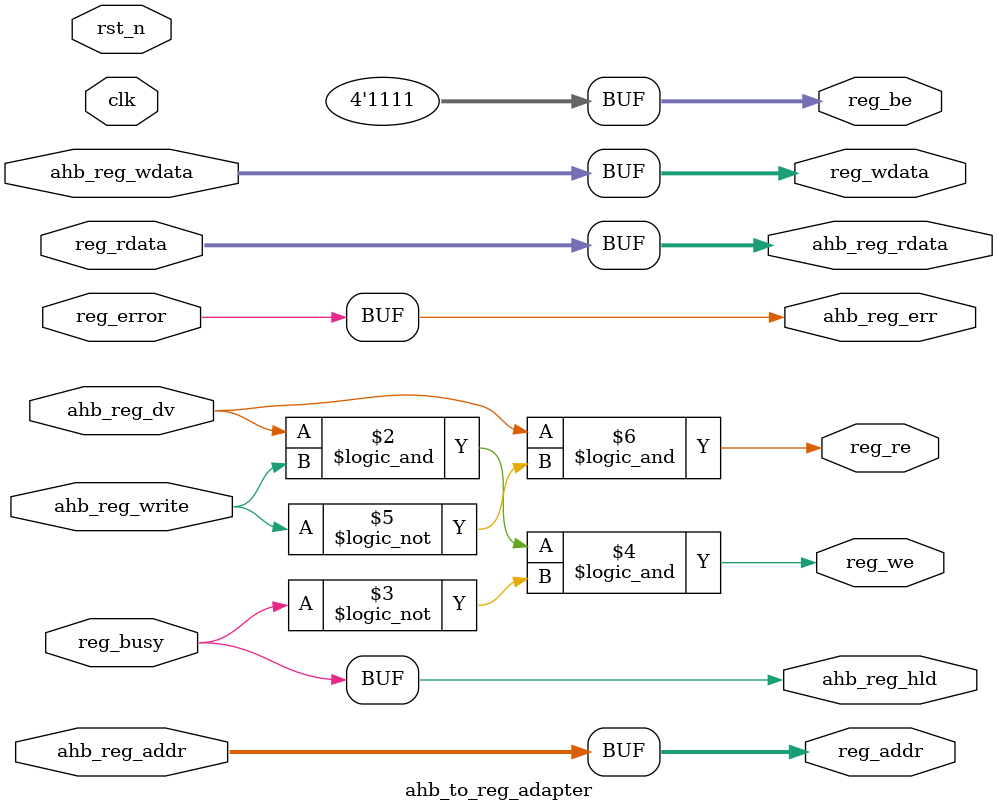
<source format=sv>


module ahb_to_reg_adapter#(
    parameter DATA_WIDTH = 32,
    parameter DATA_BYTE_WIDTH = DATA_WIDTH / 8,
    parameter ADDR_WIDTH = 32
  ) (
    input  logic                       clk,
    input  logic                       rst_n,
    // Signals from  ahb slave interface
    input  logic                       ahb_reg_dv,
    output logic                       ahb_reg_hld,
    output logic                       ahb_reg_err,
    input  logic                       ahb_reg_write,
    input  logic [DATA_WIDTH-1:0]      ahb_reg_wdata,
    input  logic [ADDR_WIDTH-1:0]      ahb_reg_addr,
    output logic [DATA_WIDTH-1:0]      ahb_reg_rdata,
    // register interface signals
    output logic                       reg_we,
    output logic                       reg_re,
    output logic [ADDR_WIDTH-1:0]      reg_addr,
    output logic [DATA_WIDTH-1:0]      reg_wdata,
    output logic [DATA_BYTE_WIDTH-1:0] reg_be,
    input  logic [DATA_WIDTH-1:0]      reg_rdata,
    input  logic                       reg_error,
    input  logic                       reg_busy
    );

  always_comb begin
    // default
    ahb_reg_rdata = reg_rdata;
    ahb_reg_err   = reg_error;
    ahb_reg_hld   = reg_busy;
    reg_addr      = ahb_reg_addr;
    reg_wdata     = ahb_reg_wdata;
    reg_we        = ahb_reg_dv && ahb_reg_write && !ahb_reg_hld;
  end

  assign reg_re = ahb_reg_dv && !ahb_reg_write;

  // Write all bytes at any given time.  The AHB interface module only accepts hsize_i
  // when it is set to 'h2 = Word(32b) and 'h3 = Double Word(64b).
  assign reg_be = {DATA_BYTE_WIDTH{1'b1}};
endmodule

</source>
